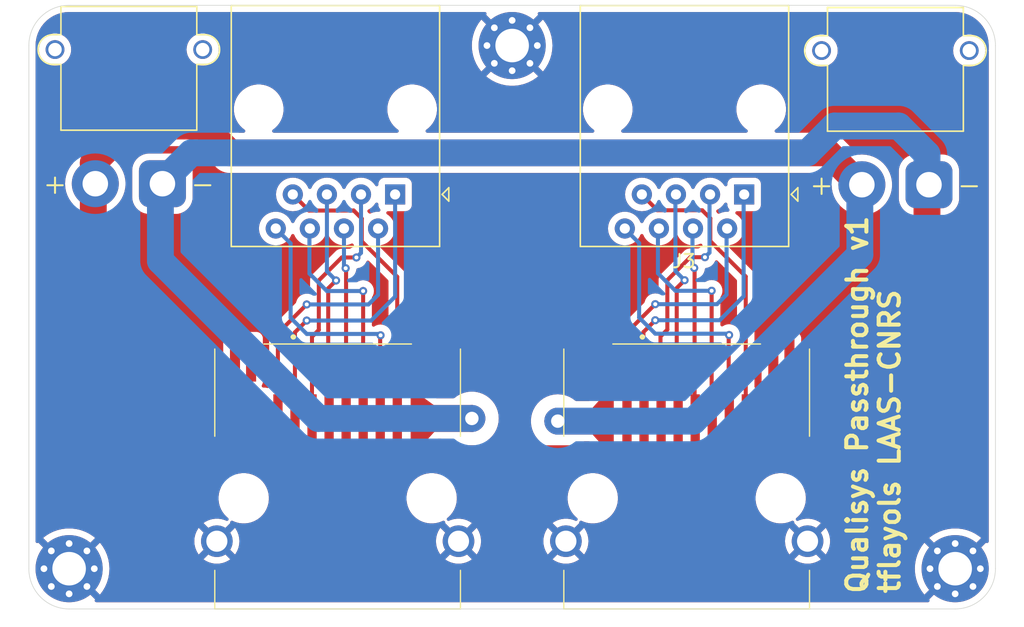
<source format=kicad_pcb>
(kicad_pcb (version 20240108) (generator "pcbnew") (generator_version "8.0")
  (layers (0 "F.Cu" signal) (31 "B.Cu" signal) (34 "B.Paste" user) (35 "F.Paste" user) (36 "B.SilkS" user "B.Silkscreen") (37 "F.SilkS" user "F.Silkscreen") (38 "B.Mask" user) (39 "F.Mask" user) (44 "Edge.Cuts" user))
  (net 0 "")
  (net 1 "Net-(J1-Pad7)")
  (net 2 "Net-(J1-Pad1)")
  (net 3 "Net-(J1-Pad8)")
  (net 4 "Net-(J1-Pad3)")
  (net 5 "Net-(J1-Pad2)")
  (net 6 "Net-(J1-Pad6)")
  (net 7 "Net-(J1-Pad5)")
  (net 8 "Net-(J1-Pad4)")
  (net 12 "Net-(J2-Pad3)")
  (net 13 "Net-(J2-Pad7)")
  (net 14 "Net-(J2-Pad4)")
  (net 15 "Net-(J2-Pad5)")
  (net 16 "Net-(J2-Pad2)")
  (net 17 "Net-(J2-Pad1)")
  (net 18 "Net-(J2-Pad6)")
  (net 19 "Net-(J2-Pad8)")
  (net 20 "Net-(J5-Pin_2)")
  (net 25 "Net-(J5-Pin_1)")
  (net 27 "GND")
  (footprint "lib:21781261" (layer "F.Cu") (at 100.005 58.5)
    (property "Reference" "J1" (hide yes))
    (property "Value" "2178126-1" (hide yes))
    (fp_line (start -9.155 1.125) (end -9.155 -5.375) (stroke (width 0.1)) (layer "F.SilkS"))
    (fp_line (start -9.155 11.125) (end -9.155 14) (stroke (width 0.1)) (layer "F.SilkS"))
    (fp_line (start -9.155 14) (end 9.145 14) (stroke (width 0.1)) (layer "F.SilkS"))
    (fp_line (start -5.505 -5.75) (end 5.495 -5.75) (stroke (width 0.1)) (layer "F.SilkS"))
    (fp_line (start -3.405 -6.275) (end -3.405 -6.275) (stroke (width 0.2)) (layer "F.SilkS"))
    (fp_line (start -3.205 -6.275) (end -3.205 -6.275) (stroke (width 0.2)) (layer "F.SilkS"))
    (fp_line (start 9.145 1.125) (end 9.145 -5.375) (stroke (width 0.1)) (layer "F.SilkS"))
    (fp_line (start 9.145 14) (end 9.145 11.125) (stroke (width 0.1)) (layer "F.SilkS"))
    (fp_arc (start -3.405 -6.275) (mid -3.305 -6.375) (end -3.205 -6.275) (stroke (width 0.2)) (layer "F.SilkS"))
    (fp_arc (start -3.205 -6.275) (mid -3.305 -6.175) (end -3.405 -6.275) (stroke (width 0.2)) (layer "F.SilkS"))
    (pad "" np_thru_hole circle (at -7 5.75) (size 3.25 3.25) (drill 3.25) (layers "*.Cu" "*.Mask"))
    (pad "" np_thru_hole circle (at 7 5.75) (size 3.25 3.25) (drill 3.25) (layers "*.Cu" "*.Mask"))
    (pad "1" smd rect (at -3.18 0) (size 0.69 4) (layers "F.Cu" "F.Paste" "F.Mask") (net 2 "Net-(J1-Pad1)"))
    (pad "2" smd rect (at -4.45 0) (size 0.69 4) (layers "F.Cu" "F.Paste" "F.Mask") (net 5 "Net-(J1-Pad2)"))
    (pad "3" smd rect (at -1.91 0) (size 0.69 4) (layers "F.Cu" "F.Paste" "F.Mask") (net 4 "Net-(J1-Pad3)"))
    (pad "4" smd rect (at 0.63 0) (size 0.69 4) (layers "F.Cu" "F.Paste" "F.Mask") (net 8 "Net-(J1-Pad4)"))
    (pad "5" smd rect (at -0.64 0) (size 0.69 4) (layers "F.Cu" "F.Paste" "F.Mask") (net 7 "Net-(J1-Pad5)"))
    (pad "6" smd rect (at 1.9 0) (size 0.69 4) (layers "F.Cu" "F.Paste" "F.Mask") (net 6 "Net-(J1-Pad6)"))
    (pad "7" smd rect (at 4.44 0) (size 0.69 4) (layers "F.Cu" "F.Paste" "F.Mask") (net 1 "Net-(J1-Pad7)"))
    (pad "8" smd rect (at 3.17 0) (size 0.69 4) (layers "F.Cu" "F.Paste" "F.Mask") (net 3 "Net-(J1-Pad8)"))
    (pad "9" smd rect (at -7.65 -4.55) (size 0.75 3.2) (layers "F.Cu" "F.Paste" "F.Mask"))
    (pad "10" smd rect (at -6.45 -4.55) (size 0.75 3.2) (layers "F.Cu" "F.Paste" "F.Mask"))
    (pad "11" smd rect (at 6.45 -4.55) (size 0.75 3.2) (layers "F.Cu" "F.Paste" "F.Mask"))
    (pad "12" smd rect (at 7.65 -4.55) (size 0.75 3.2) (layers "F.Cu" "F.Paste" "F.Mask"))
    (pad "MH3" thru_hole circle (at -9 8.95) (size 2.355 2.355) (drill 1.57) (layers "*.Cu" "*.Mask") (net 27 "GND"))
    (pad "MH4" thru_hole circle (at 9 8.95) (size 2.355 2.355) (drill 1.57) (layers "*.Cu" "*.Mask") (net 27 "GND"))
    (pad "MP1" smd rect (at -9.45 3.05) (size 2.5 2.5) (layers "F.Cu" "F.Paste" "F.Mask") (net 27 "GND"))
    (pad "MP2" smd rect (at 9.45 3.05) (size 2.5 2.5) (layers "F.Cu" "F.Paste" "F.Mask") (net 27 "GND"))
    (pad "P1" smd rect (at 5.86 0) (size 0.85 4) (layers "F.Cu" "F.Paste" "F.Mask") (net 25 "Net-(J5-Pin_1)"))
    (pad "P2" smd rect (at -5.86 0) (size 0.85 4) (layers "F.Cu" "F.Paste" "F.Mask") (net 20 "Net-(J5-Pin_2)"))
  )
  (footprint "lib:21781261" (layer "F.Cu") (at 126.005 58.5)
    (property "Reference" "J2" (hide yes))
    (property "Value" "2178126-1" (hide yes))
    (fp_line (start -9.155 1.125) (end -9.155 -5.375) (stroke (width 0.1)) (layer "F.SilkS"))
    (fp_line (start -9.155 11.125) (end -9.155 14) (stroke (width 0.1)) (layer "F.SilkS"))
    (fp_line (start -9.155 14) (end 9.145 14) (stroke (width 0.1)) (layer "F.SilkS"))
    (fp_line (start -5.505 -5.75) (end 5.495 -5.75) (stroke (width 0.1)) (layer "F.SilkS"))
    (fp_line (start -3.405 -6.275) (end -3.405 -6.275) (stroke (width 0.2)) (layer "F.SilkS"))
    (fp_line (start -3.205 -6.275) (end -3.205 -6.275) (stroke (width 0.2)) (layer "F.SilkS"))
    (fp_line (start 9.145 1.125) (end 9.145 -5.375) (stroke (width 0.1)) (layer "F.SilkS"))
    (fp_line (start 9.145 14) (end 9.145 11.125) (stroke (width 0.1)) (layer "F.SilkS"))
    (fp_arc (start -3.405 -6.275) (mid -3.305 -6.375) (end -3.205 -6.275) (stroke (width 0.2)) (layer "F.SilkS"))
    (fp_arc (start -3.205 -6.275) (mid -3.305 -6.175) (end -3.405 -6.275) (stroke (width 0.2)) (layer "F.SilkS"))
    (pad "" np_thru_hole circle (at -7 5.75) (size 3.25 3.25) (drill 3.25) (layers "*.Cu" "*.Mask"))
    (pad "" np_thru_hole circle (at 7 5.75) (size 3.25 3.25) (drill 3.25) (layers "*.Cu" "*.Mask"))
    (pad "1" smd rect (at -3.18 0) (size 0.69 4) (layers "F.Cu" "F.Paste" "F.Mask") (net 17 "Net-(J2-Pad1)"))
    (pad "2" smd rect (at -4.45 0) (size 0.69 4) (layers "F.Cu" "F.Paste" "F.Mask") (net 16 "Net-(J2-Pad2)"))
    (pad "3" smd rect (at -1.91 0) (size 0.69 4) (layers "F.Cu" "F.Paste" "F.Mask") (net 12 "Net-(J2-Pad3)"))
    (pad "4" smd rect (at 0.63 0) (size 0.69 4) (layers "F.Cu" "F.Paste" "F.Mask") (net 14 "Net-(J2-Pad4)"))
    (pad "5" smd rect (at -0.64 0) (size 0.69 4) (layers "F.Cu" "F.Paste" "F.Mask") (net 15 "Net-(J2-Pad5)"))
    (pad "6" smd rect (at 1.9 0) (size 0.69 4) (layers "F.Cu" "F.Paste" "F.Mask") (net 18 "Net-(J2-Pad6)"))
    (pad "7" smd rect (at 4.44 0) (size 0.69 4) (layers "F.Cu" "F.Paste" "F.Mask") (net 13 "Net-(J2-Pad7)"))
    (pad "8" smd rect (at 3.17 0) (size 0.69 4) (layers "F.Cu" "F.Paste" "F.Mask") (net 19 "Net-(J2-Pad8)"))
    (pad "9" smd rect (at -7.65 -4.55) (size 0.75 3.2) (layers "F.Cu" "F.Paste" "F.Mask"))
    (pad "10" smd rect (at -6.45 -4.55) (size 0.75 3.2) (layers "F.Cu" "F.Paste" "F.Mask"))
    (pad "11" smd rect (at 6.45 -4.55) (size 0.75 3.2) (layers "F.Cu" "F.Paste" "F.Mask"))
    (pad "12" smd rect (at 7.65 -4.55) (size 0.75 3.2) (layers "F.Cu" "F.Paste" "F.Mask"))
    (pad "MH3" thru_hole circle (at -9 8.95) (size 2.355 2.355) (drill 1.57) (layers "*.Cu" "*.Mask") (net 27 "GND"))
    (pad "MH4" thru_hole circle (at 9 8.95) (size 2.355 2.355) (drill 1.57) (layers "*.Cu" "*.Mask") (net 27 "GND"))
    (pad "MP1" smd rect (at -9.45 3.05) (size 2.5 2.5) (layers "F.Cu" "F.Paste" "F.Mask") (net 27 "GND"))
    (pad "MP2" smd rect (at 9.45 3.05) (size 2.5 2.5) (layers "F.Cu" "F.Paste" "F.Mask") (net 27 "GND"))
    (pad "P1" smd rect (at 5.86 0) (size 0.85 4) (layers "F.Cu" "F.Paste" "F.Mask") (net 25 "Net-(J5-Pin_1)"))
    (pad "P2" smd rect (at -5.86 0) (size 0.85 4) (layers "F.Cu" "F.Paste" "F.Mask") (net 20 "Net-(J5-Pin_2)"))
  )
  (footprint "MountingHole:MountingHole_2.5mm_Pad_Via" (layer "F.Cu") (at 113 30.5)
    (property "Reference" "H1" (hide yes))
    (property "Value" "MountingHole")
    (pad "1" thru_hole circle (at -1.875 0) (size 0.8 0.8) (drill 0.5) (layers "*.Cu" "*.Mask") (net 27 "GND"))
    (pad "1" thru_hole circle (at -1.325825 -1.325825) (size 0.8 0.8) (drill 0.5) (layers "*.Cu" "*.Mask") (net 27 "GND"))
    (pad "1" thru_hole circle (at -1.325825 1.325825) (size 0.8 0.8) (drill 0.5) (layers "*.Cu" "*.Mask") (net 27 "GND"))
    (pad "1" thru_hole circle (at 0 -1.875) (size 0.8 0.8) (drill 0.5) (layers "*.Cu" "*.Mask") (net 27 "GND"))
    (pad "1" thru_hole circle (at 0 0) (size 5 5) (drill 2.5) (layers "*.Cu" "*.Mask") (net 27 "GND"))
    (pad "1" thru_hole circle (at 0 1.875) (size 0.8 0.8) (drill 0.5) (layers "*.Cu" "*.Mask") (net 27 "GND"))
    (pad "1" thru_hole circle (at 1.325825 -1.325825) (size 0.8 0.8) (drill 0.5) (layers "*.Cu" "*.Mask") (net 27 "GND"))
    (pad "1" thru_hole circle (at 1.325825 1.325825) (size 0.8 0.8) (drill 0.5) (layers "*.Cu" "*.Mask") (net 27 "GND"))
    (pad "1" thru_hole circle (at 1.875 0) (size 0.8 0.8) (drill 0.5) (layers "*.Cu" "*.Mask") (net 27 "GND"))
  )
  (footprint "Connector_AMASS:AMASS_XT30PW-M_1x02_P2.50mm_Horizontal" (layer "F.Cu") (at 144.05 40.875)
    (property "Reference" "J6" (hide yes))
    (property "Value" "Conn_01x02_Socket")
    (fp_line (start -8.15 -11.11) (end -7.56 -11.11) (stroke (width 0.12)) (layer "F.SilkS"))
    (fp_line (start -8.15 -8.89) (end -7.56 -8.89) (stroke (width 0.12)) (layer "F.SilkS"))
    (fp_line (start -7.56 -13.21) (end -7.56 -11.11) (stroke (width 0.12)) (layer "F.SilkS"))
    (fp_line (start -7.56 -13.21) (end 2.56 -13.21) (stroke (width 0.12)) (layer "F.SilkS"))
    (fp_line (start -7.56 -8.89) (end -7.56 -3.99) (stroke (width 0.12)) (layer "F.SilkS"))
    (fp_line (start -7.56 -3.99) (end 2.56 -3.99) (stroke (width 0.12)) (layer "F.SilkS"))
    (fp_line (start 2.56 -13.21) (end 2.56 -11.11) (stroke (width 0.12)) (layer "F.SilkS"))
    (fp_line (start 2.56 -11.11) (end 3.15 -11.11) (stroke (width 0.12)) (layer "F.SilkS"))
    (fp_line (start 2.56 -8.89) (end 2.56 -3.99) (stroke (width 0.12)) (layer "F.SilkS"))
    (fp_line (start 2.56 -8.89) (end 3.15 -8.89) (stroke (width 0.12)) (layer "F.SilkS"))
    (fp_arc (start -8.15 -8.89) (mid -9.26 -10) (end -8.15 -11.11) (stroke (width 0.12)) (layer "F.SilkS"))
    (fp_arc (start 3.15 -11.11) (mid 4.26 -10) (end 3.15 -8.89) (stroke (width 0.12)) (layer "F.SilkS"))
    (fp_text user "+" (at -8 0 0) (layer "F.SilkS") (effects (font (size 1.5 1.5))))
    (fp_text user "-" (at 3 0 0) (layer "F.SilkS") (effects (font (size 1.5 1.5))))
    (pad "" thru_hole circle (at -8 -10) (size 1.4 1.4) (drill 1) (layers "*.Cu" "*.Mask"))
    (pad "" thru_hole circle (at 3 -10) (size 1.4 1.4) (drill 1) (layers "*.Cu" "*.Mask"))
    (pad "1" thru_hole roundrect (at 0 0) (size 3.5 3.5) (drill 1.9) (layers "*.Cu" "*.Mask") (roundrect_rratio 0.22) (net 25 "Net-(J5-Pin_1)"))
    (pad "2" thru_hole circle (at -5 0) (size 3.5 3.5) (drill 1.9) (layers "*.Cu" "*.Mask") (net 20 "Net-(J5-Pin_2)"))
  )
  (footprint "Connector_RJ:RJ45_Amphenol_54602-x08_Horizontal" (layer "F.Cu") (at 104.2825 41.6 180)
    (property "Reference" "J3" (hide yes))
    (property "Value" "RJ45")
    (fp_line (start 12.205 -3.88) (end 12.205 14.08) (stroke (width 0.12)) (layer "F.SilkS"))
    (fp_line (start 12.205 -3.88) (end -3.315 -3.88) (stroke (width 0.12)) (layer "F.SilkS"))
    (fp_line (start -3.315 14.08) (end 12.205 14.08) (stroke (width 0.12)) (layer "F.SilkS"))
    (fp_line (start -3.315 -3.88) (end -3.315 14.08) (stroke (width 0.12)) (layer "F.SilkS"))
    (fp_line (start -3.5 0) (end -4 -0.5) (stroke (width 0.12)) (layer "F.SilkS"))
    (fp_line (start -4 0.5) (end -3.5 0) (stroke (width 0.12)) (layer "F.SilkS"))
    (fp_line (start -4 -0.5) (end -4 0.5) (stroke (width 0.12)) (layer "F.SilkS"))
    (pad "" np_thru_hole circle (at -1.27 6.35 180) (size 3.2 3.2) (drill 3.2) (layers "*.Cu" "*.Mask"))
    (pad "" np_thru_hole circle (at 10.16 6.35 180) (size 3.2 3.2) (drill 3.2) (layers "*.Cu" "*.Mask"))
    (pad "1" thru_hole rect (at 0 0 180) (size 1.5 1.5) (drill 0.76) (layers "*.Cu" "*.Mask") (net 2 "Net-(J1-Pad1)"))
    (pad "2" thru_hole circle (at 1.27 -2.54 180) (size 1.5 1.5) (drill 0.76) (layers "*.Cu" "*.Mask") (net 5 "Net-(J1-Pad2)"))
    (pad "3" thru_hole circle (at 2.54 0 180) (size 1.5 1.5) (drill 0.76) (layers "*.Cu" "*.Mask") (net 4 "Net-(J1-Pad3)"))
    (pad "4" thru_hole circle (at 3.81 -2.54 180) (size 1.5 1.5) (drill 0.76) (layers "*.Cu" "*.Mask") (net 8 "Net-(J1-Pad4)"))
    (pad "5" thru_hole circle (at 5.08 0 180) (size 1.5 1.5) (drill 0.76) (layers "*.Cu" "*.Mask") (net 7 "Net-(J1-Pad5)"))
    (pad "6" thru_hole circle (at 6.35 -2.54 180) (size 1.5 1.5) (drill 0.76) (layers "*.Cu" "*.Mask") (net 6 "Net-(J1-Pad6)"))
    (pad "7" thru_hole circle (at 7.62 0 180) (size 1.5 1.5) (drill 0.76) (layers "*.Cu" "*.Mask") (net 1 "Net-(J1-Pad7)"))
    (pad "8" thru_hole circle (at 8.89 -2.54 180) (size 1.5 1.5) (drill 0.76) (layers "*.Cu" "*.Mask") (net 3 "Net-(J1-Pad8)"))
  )
  (footprint "Connector_RJ:RJ45_Amphenol_54602-x08_Horizontal" (layer "F.Cu") (at 130.2825 41.6 180)
    (property "Reference" "J4" (hide yes))
    (property "Value" "RJ45")
    (fp_line (start 12.205 -3.88) (end 12.205 14.08) (stroke (width 0.12)) (layer "F.SilkS"))
    (fp_line (start 12.205 -3.88) (end -3.315 -3.88) (stroke (width 0.12)) (layer "F.SilkS"))
    (fp_line (start -3.315 14.08) (end 12.205 14.08) (stroke (width 0.12)) (layer "F.SilkS"))
    (fp_line (start -3.315 -3.88) (end -3.315 14.08) (stroke (width 0.12)) (layer "F.SilkS"))
    (fp_line (start -3.5 0) (end -4 -0.5) (stroke (width 0.12)) (layer "F.SilkS"))
    (fp_line (start -4 0.5) (end -3.5 0) (stroke (width 0.12)) (layer "F.SilkS"))
    (fp_line (start -4 -0.5) (end -4 0.5) (stroke (width 0.12)) (layer "F.SilkS"))
    (pad "" np_thru_hole circle (at -1.27 6.35 180) (size 3.2 3.2) (drill 3.2) (layers "*.Cu" "*.Mask"))
    (pad "" np_thru_hole circle (at 10.16 6.35 180) (size 3.2 3.2) (drill 3.2) (layers "*.Cu" "*.Mask"))
    (pad "1" thru_hole rect (at 0 0 180) (size 1.5 1.5) (drill 0.76) (layers "*.Cu" "*.Mask") (net 17 "Net-(J2-Pad1)"))
    (pad "2" thru_hole circle (at 1.27 -2.54 180) (size 1.5 1.5) (drill 0.76) (layers "*.Cu" "*.Mask") (net 16 "Net-(J2-Pad2)"))
    (pad "3" thru_hole circle (at 2.54 0 180) (size 1.5 1.5) (drill 0.76) (layers "*.Cu" "*.Mask") (net 12 "Net-(J2-Pad3)"))
    (pad "4" thru_hole circle (at 3.81 -2.54 180) (size 1.5 1.5) (drill 0.76) (layers "*.Cu" "*.Mask") (net 14 "Net-(J2-Pad4)"))
    (pad "5" thru_hole circle (at 5.08 0 180) (size 1.5 1.5) (drill 0.76) (layers "*.Cu" "*.Mask") (net 15 "Net-(J2-Pad5)"))
    (pad "6" thru_hole circle (at 6.35 -2.54 180) (size 1.5 1.5) (drill 0.76) (layers "*.Cu" "*.Mask") (net 18 "Net-(J2-Pad6)"))
    (pad "7" thru_hole circle (at 7.62 0 180) (size 1.5 1.5) (drill 0.76) (layers "*.Cu" "*.Mask") (net 13 "Net-(J2-Pad7)"))
    (pad "8" thru_hole circle (at 8.89 -2.54 180) (size 1.5 1.5) (drill 0.76) (layers "*.Cu" "*.Mask") (net 19 "Net-(J2-Pad8)"))
  )
  (footprint "Connector_AMASS:AMASS_XT30PW-M_1x02_P2.50mm_Horizontal" (layer "F.Cu") (at 86.95 40.8)
    (property "Reference" "J5" (hide yes))
    (property "Value" "Conn_01x02_Socket")
    (fp_line (start -8.15 -11.11) (end -7.56 -11.11) (stroke (width 0.12)) (layer "F.SilkS"))
    (fp_line (start -8.15 -8.89) (end -7.56 -8.89) (stroke (width 0.12)) (layer "F.SilkS"))
    (fp_line (start -7.56 -13.21) (end -7.56 -11.11) (stroke (width 0.12)) (layer "F.SilkS"))
    (fp_line (start -7.56 -13.21) (end 2.56 -13.21) (stroke (width 0.12)) (layer "F.SilkS"))
    (fp_line (start -7.56 -8.89) (end -7.56 -3.99) (stroke (width 0.12)) (layer "F.SilkS"))
    (fp_line (start -7.56 -3.99) (end 2.56 -3.99) (stroke (width 0.12)) (layer "F.SilkS"))
    (fp_line (start 2.56 -13.21) (end 2.56 -11.11) (stroke (width 0.12)) (layer "F.SilkS"))
    (fp_line (start 2.56 -11.11) (end 3.15 -11.11) (stroke (width 0.12)) (layer "F.SilkS"))
    (fp_line (start 2.56 -8.89) (end 2.56 -3.99) (stroke (width 0.12)) (layer "F.SilkS"))
    (fp_line (start 2.56 -8.89) (end 3.15 -8.89) (stroke (width 0.12)) (layer "F.SilkS"))
    (fp_arc (start -8.15 -8.89) (mid -9.26 -10) (end -8.15 -11.11) (stroke (width 0.12)) (layer "F.SilkS"))
    (fp_arc (start 3.15 -11.11) (mid 4.26 -10) (end 3.15 -8.89) (stroke (width 0.12)) (layer "F.SilkS"))
    (fp_text user "-" (at 3 0 0) (layer "F.SilkS") (effects (font (size 1.5 1.5))))
    (fp_text user "+" (at -8 0 0) (layer "F.SilkS") (effects (font (size 1.5 1.5))))
    (pad "" thru_hole circle (at -8 -10) (size 1.4 1.4) (drill 1) (layers "*.Cu" "*.Mask"))
    (pad "" thru_hole circle (at 3 -10) (size 1.4 1.4) (drill 1) (layers "*.Cu" "*.Mask"))
    (pad "1" thru_hole roundrect (at 0 0) (size 3.5 3.5) (drill 1.9) (layers "*.Cu" "*.Mask") (roundrect_rratio 0.22) (net 25 "Net-(J5-Pin_1)"))
    (pad "2" thru_hole circle (at -5 0) (size 3.5 3.5) (drill 1.9) (layers "*.Cu" "*.Mask") (net 20 "Net-(J5-Pin_2)"))
  )
  (footprint "MountingHole:MountingHole_2.5mm_Pad_Via" (layer "F.Cu") (at 146 69.5)
    (property "Reference" "H3" (hide yes))
    (property "Value" "MountingHole")
    (pad "1" thru_hole circle (at -1.875 0) (size 0.8 0.8) (drill 0.5) (layers "*.Cu" "*.Mask") (net 27 "GND"))
    (pad "1" thru_hole circle (at -1.325825 -1.325825) (size 0.8 0.8) (drill 0.5) (layers "*.Cu" "*.Mask") (net 27 "GND"))
    (pad "1" thru_hole circle (at -1.325825 1.325825) (size 0.8 0.8) (drill 0.5) (layers "*.Cu" "*.Mask") (net 27 "GND"))
    (pad "1" thru_hole circle (at 0 -1.875) (size 0.8 0.8) (drill 0.5) (layers "*.Cu" "*.Mask") (net 27 "GND"))
    (pad "1" thru_hole circle (at 0 0) (size 5 5) (drill 2.5) (layers "*.Cu" "*.Mask") (net 27 "GND"))
    (pad "1" thru_hole circle (at 0 1.875) (size 0.8 0.8) (drill 0.5) (layers "*.Cu" "*.Mask") (net 27 "GND"))
    (pad "1" thru_hole circle (at 1.325825 -1.325825) (size 0.8 0.8) (drill 0.5) (layers "*.Cu" "*.Mask") (net 27 "GND"))
    (pad "1" thru_hole circle (at 1.325825 1.325825) (size 0.8 0.8) (drill 0.5) (layers "*.Cu" "*.Mask") (net 27 "GND"))
    (pad "1" thru_hole circle (at 1.875 0) (size 0.8 0.8) (drill 0.5) (layers "*.Cu" "*.Mask") (net 27 "GND"))
  )
  (footprint "MountingHole:MountingHole_2.5mm_Pad_Via" (layer "F.Cu") (at 80 69.5)
    (property "Reference" "H2" (hide yes))
    (property "Value" "MountingHole")
    (pad "1" thru_hole circle (at -1.875 0) (size 0.8 0.8) (drill 0.5) (layers "*.Cu" "*.Mask") (net 27 "GND"))
    (pad "1" thru_hole circle (at -1.325825 -1.325825) (size 0.8 0.8) (drill 0.5) (layers "*.Cu" "*.Mask") (net 27 "GND"))
    (pad "1" thru_hole circle (at -1.325825 1.325825) (size 0.8 0.8) (drill 0.5) (layers "*.Cu" "*.Mask") (net 27 "GND"))
    (pad "1" thru_hole circle (at 0 -1.875) (size 0.8 0.8) (drill 0.5) (layers "*.Cu" "*.Mask") (net 27 "GND"))
    (pad "1" thru_hole circle (at 0 0) (size 5 5) (drill 2.5) (layers "*.Cu" "*.Mask") (net 27 "GND"))
    (pad "1" thru_hole circle (at 0 1.875) (size 0.8 0.8) (drill 0.5) (layers "*.Cu" "*.Mask") (net 27 "GND"))
    (pad "1" thru_hole circle (at 1.325825 -1.325825) (size 0.8 0.8) (drill 0.5) (layers "*.Cu" "*.Mask") (net 27 "GND"))
    (pad "1" thru_hole circle (at 1.325825 1.325825) (size 0.8 0.8) (drill 0.5) (layers "*.Cu" "*.Mask") (net 27 "GND"))
    (pad "1" thru_hole circle (at 1.875 0) (size 0.8 0.8) (drill 0.5) (layers "*.Cu" "*.Mask") (net 27 "GND"))
  )
  (gr_arc (start 77 30.5) (mid 77.87868 28.37868) (end 80 27.5) (stroke (width 0.05)) (layer "Edge.Cuts"))
  (gr_arc (start 80 72.5) (mid 77.87868 71.62132) (end 77 69.5) (stroke (width 0.05)) (layer "Edge.Cuts"))
  (gr_line (start 149 30.5) (end 149 69.5) (stroke (width 0.05)) (layer "Edge.Cuts"))
  (gr_line (start 77 69.5) (end 77 30.5) (stroke (width 0.05)) (layer "Edge.Cuts"))
  (gr_line (start 146 72.5) (end 80 72.5) (stroke (width 0.05)) (layer "Edge.Cuts"))
  (gr_arc (start 146 27.5) (mid 148.12132 28.37868) (end 149 30.5) (stroke (width 0.05)) (layer "Edge.Cuts"))
  (gr_line (start 80 27.5) (end 146 27.5) (stroke (width 0.05)) (layer "Edge.Cuts"))
  (gr_arc (start 149 69.5) (mid 148.12132 71.62132) (end 146 72.5) (stroke (width 0.05)) (layer "Edge.Cuts"))
  (gr_text "J3" (at 125.7975 46.58 0) (layer "F.SilkS") (effects (font (size 1 1))))
  (gr_text "Qualisys Passthrough v1\ntflayols LAAS-CNRS" (at 142 71.5 90) (layer "F.SilkS") (effects (font (size 1.5 1.5) (thickness 0.3) (bold yes)) (justify left bottom)))
  (segment (start 101.2 42.8) (end 97.8625 42.8) (width 0.3) (layer "F.Cu") (net 1))
  (segment (start 104.44 58.5) (end 104.44 47.74) (width 0.3) (layer "F.Cu") (net 1))
  (segment (start 101.8 45.1) (end 101.8 43.4) (width 0.3) (layer "F.Cu") (net 1))
  (segment (start 97.8625 42.8) (end 96.6625 41.6) (width 0.3) (layer "F.Cu") (net 1))
  (segment (start 101.8 43.4) (end 101.2 42.8) (width 0.3) (layer "F.Cu") (net 1))
  (segment (start 104.44 47.74) (end 101.8 45.1) (width 0.3) (layer "F.Cu") (net 1))
  (segment (start 96.82 51.88) (end 97.7 51) (width 0.3) (layer "F.Cu") (net 2))
  (segment (start 96.82 58.5) (end 96.82 51.88) (width 0.3) (layer "F.Cu") (net 2))
  (via (at 97.7 51) (size 0.6) (drill 0.3) (layers "F.Cu" "B.Cu") (net 2))
  (segment (start 104.2825 49.2175) (end 102.5 51) (width 0.3) (layer "B.Cu") (net 2))
  (segment (start 104.2825 41.6) (end 104.2825 49.2175) (width 0.3) (layer "B.Cu") (net 2))
  (segment (start 102.5 51) (end 97.7 51) (width 0.3) (layer "B.Cu") (net 2))
  (segment (start 103.17 52.13) (end 103.2 52.1) (width 0.3) (layer "F.Cu") (net 3))
  (segment (start 103.17 58.5) (end 103.17 52.13) (width 0.3) (layer "F.Cu") (net 3))
  (via (at 103.2 52.1) (size 0.6) (drill 0.3) (layers "F.Cu" "B.Cu") (net 3))
  (segment (start 96.5 45.2475) (end 96.5 50.8) (width 0.3) (layer "B.Cu") (net 3))
  (segment (start 96.5 50.8) (end 97.7 52) (width 0.3) (layer "B.Cu") (net 3))
  (segment (start 103.1 52) (end 103.2 52.1) (width 0.3) (layer "B.Cu") (net 3))
  (segment (start 95.3925 44.14) (end 96.5 45.2475) (width 0.3) (layer "B.Cu") (net 3))
  (segment (start 97.7 52) (end 103.1 52) (width 0.3) (layer "B.Cu") (net 3))
  (segment (start 98.09 58.5) (end 98.09 52.21) (width 0.3) (layer "F.Cu") (net 4))
  (segment (start 98.6 51.7) (end 98.6 48.01005) (width 0.3) (layer "F.Cu") (net 4))
  (segment (start 100.31005 46.3) (end 101.4 46.3) (width 0.3) (layer "F.Cu") (net 4))
  (segment (start 98.09 52.21) (end 98.6 51.7) (width 0.3) (layer "F.Cu") (net 4))
  (segment (start 98.6 48.01005) (end 100.31005 46.3) (width 0.3) (layer "F.Cu") (net 4))
  (via (at 101.4 46.3) (size 0.6) (drill 0.3) (layers "F.Cu" "B.Cu") (net 4))
  (segment (start 101.7425 45.9575) (end 101.4 46.3) (width 0.3) (layer "B.Cu") (net 4))
  (segment (start 101.7425 41.6) (end 101.7425 45.9575) (width 0.3) (layer "B.Cu") (net 4))
  (segment (start 95.55 51.950002) (end 97.7 49.800002) (width 0.3) (layer "F.Cu") (net 5))
  (segment (start 95.55 58.5) (end 95.55 51.950002) (width 0.3) (layer "F.Cu") (net 5))
  (via (at 97.7 49.800002) (size 0.6) (drill 0.3) (layers "F.Cu" "B.Cu") (net 5))
  (segment (start 103.0125 49.0875) (end 102.299998 49.800002) (width 0.3) (layer "B.Cu") (net 5))
  (segment (start 102.299998 49.800002) (end 97.7 49.800002) (width 0.3) (layer "B.Cu") (net 5))
  (segment (start 103.0125 44.14) (end 103.0125 49.0875) (width 0.3) (layer "B.Cu") (net 5))
  (segment (start 101.9 58.5) (end 101.9 48.8) (width 0.3) (layer "F.Cu") (net 6))
  (via (at 101.9 48.8) (size 0.6) (drill 0.3) (layers "F.Cu" "B.Cu") (net 6))
  (segment (start 97.9 44.1725) (end 97.9 47.5) (width 0.3) (layer "B.Cu") (net 6))
  (segment (start 97.9325 44.14) (end 97.9 44.1725) (width 0.3) (layer "B.Cu") (net 6))
  (segment (start 99.2 48.8) (end 101.9 48.8) (width 0.3) (layer "B.Cu") (net 6))
  (segment (start 97.9 47.5) (end 99.2 48.8) (width 0.3) (layer "B.Cu") (net 6))
  (segment (start 99.3 48.600006) (end 99.884779 48.015227) (width 0.3) (layer "F.Cu") (net 7))
  (segment (start 99.3 58.44) (end 99.3 48.600006) (width 0.3) (layer "F.Cu") (net 7))
  (via (at 99.884779 48.015227) (size 0.6) (drill 0.3) (layers "F.Cu" "B.Cu") (net 7))
  (segment (start 99.2025 41.6) (end 99.2025 47.332948) (width 0.3) (layer "B.Cu") (net 7))
  (segment (start 99.2025 47.332948) (end 99.884779 48.015227) (width 0.3) (layer "B.Cu") (net 7))
  (segment (start 100.63 58.5) (end 100.63 47.13) (width 0.3) (layer "F.Cu") (net 8))
  (segment (start 100.63 47.13) (end 100.6 47.1) (width 0.3) (layer "F.Cu") (net 8))
  (via (at 100.6 47.1) (size 0.6) (drill 0.3) (layers "F.Cu" "B.Cu") (net 8))
  (segment (start 100.4725 44.14) (end 100.4725 46.9725) (width 0.3) (layer "B.Cu") (net 8))
  (segment (start 100.4725 46.9725) (end 100.6 47.1) (width 0.3) (layer "B.Cu") (net 8))
  (segment (start 124.05 58.48) (end 124.05 52.19) (width 0.3) (layer "F.Cu") (net 12))
  (segment (start 124.56 51.68) (end 124.56 47.99005) (width 0.3) (layer "F.Cu") (net 12))
  (segment (start 126.27005 46.28) (end 127.36 46.28) (width 0.3) (layer "F.Cu") (net 12))
  (segment (start 124.56 47.99005) (end 126.27005 46.28) (width 0.3) (layer "F.Cu") (net 12))
  (segment (start 124.05 52.19) (end 124.56 51.68) (width 0.3) (layer "F.Cu") (net 12))
  (via (at 127.36 46.28) (size 0.6) (drill 0.3) (layers "F.Cu" "B.Cu") (net 12))
  (segment (start 127.7025 45.9375) (end 127.36 46.28) (width 0.3) (layer "B.Cu") (net 12))
  (segment (start 127.7025 41.58) (end 127.7025 45.9375) (width 0.3) (layer "B.Cu") (net 12))
  (segment (start 127.76 45.08) (end 127.76 43.38) (width 0.3) (layer "F.Cu") (net 13))
  (segment (start 123.8225 42.78) (end 122.6225 41.58) (width 0.3) (layer "F.Cu") (net 13))
  (segment (start 130.4 47.72) (end 127.76 45.08) (width 0.3) (layer "F.Cu") (net 13))
  (segment (start 127.16 42.78) (end 123.8225 42.78) (width 0.3) (layer "F.Cu") (net 13))
  (segment (start 130.4 58.48) (end 130.4 47.72) (width 0.3) (layer "F.Cu") (net 13))
  (segment (start 127.76 43.38) (end 127.16 42.78) (width 0.3) (layer "F.Cu") (net 13))
  (segment (start 126.59 58.48) (end 126.59 47.11) (width 0.3) (layer "F.Cu") (net 14))
  (segment (start 126.59 47.11) (end 126.56 47.08) (width 0.3) (layer "F.Cu") (net 14))
  (via (at 126.56 47.08) (size 0.6) (drill 0.3) (layers "F.Cu" "B.Cu") (net 14))
  (segment (start 126.4325 46.9525) (end 126.56 47.08) (width 0.3) (layer "B.Cu") (net 14))
  (segment (start 126.4325 44.12) (end 126.4325 46.9525) (width 0.3) (layer "B.Cu") (net 14))
  (segment (start 125.26 58.42) (end 125.26 48.580006) (width 0.3) (layer "F.Cu") (net 15))
  (segment (start 125.26 48.580006) (end 125.844779 47.995227) (width 0.3) (layer "F.Cu") (net 15))
  (via (at 125.844779 47.995227) (size 0.6) (drill 0.3) (layers "F.Cu" "B.Cu") (net 15))
  (segment (start 125.1625 41.58) (end 125.1625 47.312948) (width 0.3) (layer "B.Cu") (net 15))
  (segment (start 125.1625 47.312948) (end 125.844779 47.995227) (width 0.3) (layer "B.Cu") (net 15))
  (segment (start 121.51 51.930002) (end 123.66 49.780002) (width 0.3) (layer "F.Cu") (net 16))
  (segment (start 121.51 58.48) (end 121.51 51.930002) (width 0.3) (layer "F.Cu") (net 16))
  (via (at 123.66 49.780002) (size 0.6) (drill 0.3) (layers "F.Cu" "B.Cu") (net 16))
  (segment (start 128.9725 49.0675) (end 128.259998 49.780002) (width 0.3) (layer "B.Cu") (net 16))
  (segment (start 128.9725 44.12) (end 128.9725 49.0675) (width 0.3) (layer "B.Cu") (net 16))
  (segment (start 128.259998 49.780002) (end 123.66 49.780002) (width 0.3) (layer "B.Cu") (net 16))
  (segment (start 122.78 51.86) (end 123.66 50.98) (width 0.3) (layer "F.Cu") (net 17))
  (segment (start 122.78 58.48) (end 122.78 51.86) (width 0.3) (layer "F.Cu") (net 17))
  (via (at 123.66 50.98) (size 0.6) (drill 0.3) (layers "F.Cu" "B.Cu") (net 17))
  (segment (start 130.2425 41.58) (end 130.2425 49.1975) (width 0.3) (layer "B.Cu") (net 17))
  (segment (start 128.46 50.98) (end 123.66 50.98) (width 0.3) (layer "B.Cu") (net 17))
  (segment (start 130.2425 49.1975) (end 128.46 50.98) (width 0.3) (layer "B.Cu") (net 17))
  (segment (start 127.86 58.48) (end 127.86 48.78) (width 0.3) (layer "F.Cu") (net 18))
  (via (at 127.86 48.78) (size 0.6) (drill 0.3) (layers "F.Cu" "B.Cu") (net 18))
  (segment (start 123.86 47.48) (end 125.16 48.78) (width 0.3) (layer "B.Cu") (net 18))
  (segment (start 125.16 48.78) (end 127.86 48.78) (width 0.3) (layer "B.Cu") (net 18))
  (segment (start 123.8925 44.12) (end 123.86 44.1525) (width 0.3) (layer "B.Cu") (net 18))
  (segment (start 123.86 44.1525) (end 123.86 47.48) (width 0.3) (layer "B.Cu") (net 18))
  (segment (start 129.13 58.48) (end 129.13 52.11) (width 0.3) (layer "F.Cu") (net 19))
  (segment (start 129.13 52.11) (end 129.16 52.08) (width 0.3) (layer "F.Cu") (net 19))
  (via (at 129.16 52.08) (size 0.6) (drill 0.3) (layers "F.Cu" "B.Cu") (net 19))
  (segment (start 121.3525 44.12) (end 122.46 45.2275) (width 0.3) (layer "B.Cu") (net 19))
  (segment (start 129.06 51.98) (end 129.16 52.08) (width 0.3) (layer "B.Cu") (net 19))
  (segment (start 122.46 45.2275) (end 122.46 50.78) (width 0.3) (layer "B.Cu") (net 19))
  (segment (start 122.46 50.78) (end 123.66 51.98) (width 0.3) (layer "B.Cu") (net 19))
  (segment (start 123.66 51.98) (end 129.06 51.98) (width 0.3) (layer "B.Cu") (net 19))
  (segment (start 81.8 48.8) (end 91.5 58.5) (width 2) (layer "F.Cu") (net 20))
  (segment (start 92 38.5) (end 90 36.5) (width 2) (layer "F.Cu") (net 20))
  (segment (start 91.5 58.5) (end 93 58.5) (width 2) (layer "F.Cu") (net 20))
  (segment (start 90 36.5) (end 84.55 36.5) (width 2) (layer "F.Cu") (net 20))
  (segment (start 81.8 39.25) (end 81.8 48.8) (width 2) (layer "F.Cu") (net 20))
  (segment (start 136.525 38.5) (end 92 38.5) (width 2) (layer "F.Cu") (net 20))
  (segment (start 138.9 40.875) (end 136.525 38.5) (width 2) (layer "F.Cu") (net 20))
  (segment (start 116.4 58.5) (end 119 58.5) (width 2) (layer "F.Cu") (net 20))
  (segment (start 84.55 36.5) (end 81.8 39.25) (width 2) (layer "F.Cu") (net 20))
  (via (at 116.4 58.5) (size 2) (drill 1) (layers "F.Cu" "B.Cu") (net 20))
  (segment (start 138.9 46.1) (end 138.9 40.875) (width 2) (layer "B.Cu") (net 20))
  (segment (start 116.4 58.5) (end 126.5 58.5) (width 2) (layer "B.Cu") (net 20))
  (segment (start 126.5 58.5) (end 138.9 46.1) (width 2) (layer "B.Cu") (net 20))
  (segment (start 107.1 58.3) (end 110 58.3) (width 2) (layer "F.Cu") (net 25))
  (segment (start 135 58.5) (end 133 58.5) (width 2) (layer "F.Cu") (net 25))
  (segment (start 143.9 40.875) (end 143.9 49.6) (width 2) (layer "F.Cu") (net 25))
  (segment (start 143.9 49.6) (end 135 58.5) (width 2) (layer "F.Cu") (net 25))
  (via (at 110 58.3) (size 2) (drill 1) (layers "F.Cu" "B.Cu") (net 25))
  (segment (start 137 36.5) (end 135 38.5) (width 2) (layer "B.Cu") (net 25))
  (segment (start 98.55 58.3) (end 110 58.3) (width 2) (layer "B.Cu") (net 25))
  (segment (start 143.9 38.6) (end 141.8 36.5) (width 2) (layer "B.Cu") (net 25))
  (segment (start 89.1 38.5) (end 86.8 40.8) (width 2) (layer "B.Cu") (net 25))
  (segment (start 86.8 46.55) (end 98.55 58.3) (width 2) (layer "B.Cu") (net 25))
  (segment (start 141.8 36.5) (end 137 36.5) (width 2) (layer "B.Cu") (net 25))
  (segment (start 86.8 40.8) (end 86.8 46.55) (width 2) (layer "B.Cu") (net 25))
  (segment (start 143.9 40.875) (end 143.9 38.6) (width 2) (layer "B.Cu") (net 25))
  (segment (start 135 38.5) (end 89.1 38.5) (width 2) (layer "B.Cu") (net 25))
  (zone (net 25) (net_name "Net-(J5-Pin_1)") (layer "F.Cu") (name "GND") (priority 4) (connect_pads yes (clearance 0.5)) (min_thickness 0.25) (fill yes (thermal_gap 0.5) (thermal_bridge_width 0.5) (island_removal_mode 1) (island_area_min 10))
    (polygon (pts (xy 132.2 56.6) (xy 133.2 57.5) (xy 133.2 59.5) (xy 132.2 60.4)))
  )
  (zone (net 25) (net_name "Net-(J5-Pin_1)") (layer "F.Cu") (name "GND") (priority 2) (connect_pads yes (clearance 0.5)) (min_thickness 0.25) (fill yes (thermal_gap 0.5) (thermal_bridge_width 0.5) (island_removal_mode 1) (island_area_min 10))
    (polygon (pts (xy 106.2 56.6) (xy 107.3 57.4) (xy 107.3 59.2) (xy 106.2 60.4)))
  )
  (zone (net 20) (net_name "Net-(J5-Pin_2)") (layer "F.Cu") (name "GND") (priority 1) (connect_pads yes (clearance 0.5)) (min_thickness 0.25) (fill yes (thermal_gap 0.5) (thermal_bridge_width 0.5) (island_removal_mode 1) (island_area_min 10))
    (polygon (pts (xy 94.4 56.6) (xy 92.9 57.6) (xy 92.9 59.4) (xy 94.4 60.4)))
  )
  (zone (net 20) (net_name "Net-(J5-Pin_2)") (layer "F.Cu") (name "GND") (priority 3) (connect_pads yes (clearance 0.5)) (min_thickness 0.25) (fill yes (thermal_gap 0.5) (thermal_bridge_width 0.5) (island_removal_mode 1) (island_area_min 10))
    (polygon (pts (xy 119.8 56.6) (xy 118.9 57.6) (xy 118.9 59.4) (xy 119.8 60.4)))
  )
  (zone (net 27) (net_name "GND") (layers "F&B.Cu") (name "GND") (connect_pads (clearance 0.5)) (min_thickness 0.25) (fill yes (thermal_gap 0.5) (thermal_bridge_width 0.5) (island_removal_mode 1) (island_area_min 10))
    (polygon (pts (xy 77 27.5) (xy 149 27.5) (xy 149 72.5) (xy 77 72.5)))
  )
)
</source>
